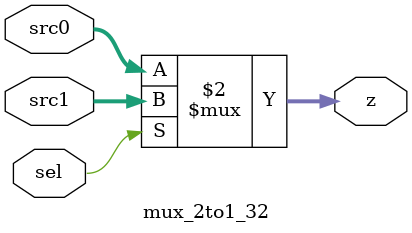
<source format=v>
module mux_2to1_n #(parameter n = 1) (src0, src1, sel, z);
	input [(n-1):0] src0, src1;
	input sel;
	output [(n-1):0] z;
	
	assign z = (sel == 1'b0) ? src0 : src1;
endmodule

module mux_2to1_30 #(parameter n = 30) (src0, src1, sel, z);
	input [(n-1):0] src0, src1;
	input sel;
	output [(n-1):0] z;
	
	assign z = (sel == 1'b0) ? src0 : src1;
endmodule

module mux_2to1_5 #(parameter n = 5) (src0, src1, sel, z);
	input [(n-1):0] src0, src1;
	input sel;
	output [(n-1):0] z;
	
	assign z = (sel == 1'b0) ? src0 : src1;
endmodule

module mux_2to1_32 #(parameter n = 32) (src0, src1, sel, z);
	input [(n-1):0] src0, src1;
	input sel;
	output [(n-1):0] z;
	
	assign z = (sel == 1'b0) ? src0 : src1;
endmodule

</source>
